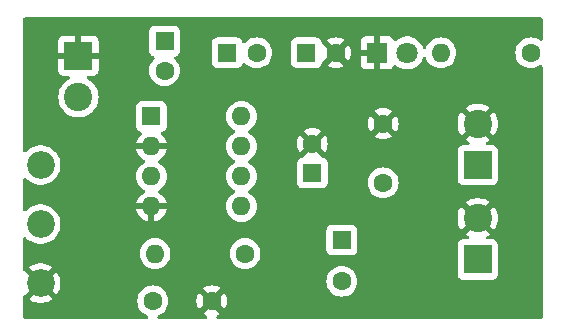
<source format=gbr>
%TF.GenerationSoftware,KiCad,Pcbnew,8.0.4*%
%TF.CreationDate,2024-08-29T23:22:00+05:30*%
%TF.ProjectId,LM386 Amp,4c4d3338-3620-4416-9d70-2e6b69636164,rev?*%
%TF.SameCoordinates,Original*%
%TF.FileFunction,Copper,L2,Bot*%
%TF.FilePolarity,Positive*%
%FSLAX46Y46*%
G04 Gerber Fmt 4.6, Leading zero omitted, Abs format (unit mm)*
G04 Created by KiCad (PCBNEW 8.0.4) date 2024-08-29 23:22:00*
%MOMM*%
%LPD*%
G01*
G04 APERTURE LIST*
%TA.AperFunction,ComponentPad*%
%ADD10C,2.340000*%
%TD*%
%TA.AperFunction,ComponentPad*%
%ADD11R,1.800000X1.800000*%
%TD*%
%TA.AperFunction,ComponentPad*%
%ADD12C,1.800000*%
%TD*%
%TA.AperFunction,ComponentPad*%
%ADD13R,1.600000X1.600000*%
%TD*%
%TA.AperFunction,ComponentPad*%
%ADD14C,1.600000*%
%TD*%
%TA.AperFunction,ComponentPad*%
%ADD15R,2.400000X2.400000*%
%TD*%
%TA.AperFunction,ComponentPad*%
%ADD16C,2.400000*%
%TD*%
%TA.AperFunction,ComponentPad*%
%ADD17O,1.600000X1.600000*%
%TD*%
G04 APERTURE END LIST*
D10*
%TO.P,RV1,3,3*%
%TO.N,GND*%
X152000000Y-146500000D03*
%TO.P,RV1,2,2*%
%TO.N,Net-(U1-+)*%
X152000000Y-141500000D03*
%TO.P,RV1,1,1*%
%TO.N,Net-(C1-Pad2)*%
X152000000Y-136500000D03*
%TD*%
D11*
%TO.P,D1,1,K*%
%TO.N,GND*%
X180500000Y-127000000D03*
D12*
%TO.P,D1,2,A*%
%TO.N,Net-(D1-A)*%
X183040000Y-127000000D03*
%TD*%
D13*
%TO.P,C2,1*%
%TO.N,Net-(U1-BYPASS)*%
X174500000Y-127000000D03*
D14*
%TO.P,C2,2*%
%TO.N,GND*%
X177000000Y-127000000D03*
%TD*%
D15*
%TO.P,J1,1,Pin_1*%
%TO.N,GND*%
X155200000Y-127250000D03*
D16*
%TO.P,J1,2,Pin_2*%
%TO.N,Net-(J1-Pin_2)*%
X155200000Y-130750000D03*
%TD*%
D15*
%TO.P,J3,1,Pin_1*%
%TO.N,Net-(J3-Pin_1)*%
X189000000Y-136500000D03*
D16*
%TO.P,J3,2,Pin_2*%
%TO.N,GND*%
X189000000Y-133000000D03*
%TD*%
D13*
%TO.P,U1,1,GAIN*%
%TO.N,Net-(C3-Pad1)*%
X161380000Y-132380000D03*
D17*
%TO.P,U1,2,-*%
%TO.N,GND*%
X161380000Y-134920000D03*
%TO.P,U1,3,+*%
%TO.N,Net-(U1-+)*%
X161380000Y-137460000D03*
%TO.P,U1,4,GND*%
%TO.N,GND*%
X161380000Y-140000000D03*
%TO.P,U1,5*%
%TO.N,Net-(C5-Pad1)*%
X169000000Y-140000000D03*
%TO.P,U1,6,V+*%
%TO.N,Net-(J3-Pin_1)*%
X169000000Y-137460000D03*
%TO.P,U1,7,BYPASS*%
%TO.N,Net-(U1-BYPASS)*%
X169000000Y-134920000D03*
%TO.P,U1,8,GAIN*%
%TO.N,Net-(C3-Pad2)*%
X169000000Y-132380000D03*
%TD*%
D15*
%TO.P,J2,1,Pin_1*%
%TO.N,Net-(J2-Pin_1)*%
X189000000Y-144500000D03*
D16*
%TO.P,J2,2,Pin_2*%
%TO.N,GND*%
X189000000Y-141000000D03*
%TD*%
D14*
%TO.P,R1,1*%
%TO.N,Net-(C5-Pad1)*%
X169310000Y-144000000D03*
D17*
%TO.P,R1,2*%
%TO.N,Net-(C4-Pad1)*%
X161690000Y-144000000D03*
%TD*%
D13*
%TO.P,C7,1*%
%TO.N,Net-(J3-Pin_1)*%
X175000000Y-137182380D03*
D14*
%TO.P,C7,2*%
%TO.N,GND*%
X175000000Y-134682380D03*
%TD*%
%TO.P,C4,1*%
%TO.N,Net-(C4-Pad1)*%
X161500000Y-148000000D03*
%TO.P,C4,2*%
%TO.N,GND*%
X166500000Y-148000000D03*
%TD*%
%TO.P,R2,1*%
%TO.N,Net-(J3-Pin_1)*%
X193500000Y-127000000D03*
D17*
%TO.P,R2,2*%
%TO.N,Net-(D1-A)*%
X185880000Y-127000000D03*
%TD*%
D14*
%TO.P,C6,1*%
%TO.N,Net-(J3-Pin_1)*%
X181000000Y-138000000D03*
%TO.P,C6,2*%
%TO.N,GND*%
X181000000Y-133000000D03*
%TD*%
D13*
%TO.P,C1,1*%
%TO.N,Net-(J1-Pin_2)*%
X162500000Y-126000000D03*
D14*
%TO.P,C1,2*%
%TO.N,Net-(C1-Pad2)*%
X162500000Y-128500000D03*
%TD*%
D13*
%TO.P,C3,1*%
%TO.N,Net-(C3-Pad1)*%
X167794888Y-127000000D03*
D14*
%TO.P,C3,2*%
%TO.N,Net-(C3-Pad2)*%
X170294888Y-127000000D03*
%TD*%
D13*
%TO.P,C5,1*%
%TO.N,Net-(C5-Pad1)*%
X177500000Y-142847349D03*
D14*
%TO.P,C5,2*%
%TO.N,Net-(J2-Pin_1)*%
X177500000Y-146347349D03*
%TD*%
%TA.AperFunction,Conductor*%
%TO.N,GND*%
G36*
X194425000Y-124020462D02*
G01*
X194479538Y-124075000D01*
X194499500Y-124149500D01*
X194499500Y-125826013D01*
X194479538Y-125900513D01*
X194425000Y-125955051D01*
X194350500Y-125975013D01*
X194276000Y-125955051D01*
X194265038Y-125948067D01*
X194152741Y-125869437D01*
X194152738Y-125869435D01*
X194152734Y-125869432D01*
X193946496Y-125773261D01*
X193726692Y-125714365D01*
X193726693Y-125714365D01*
X193500000Y-125694532D01*
X193273306Y-125714365D01*
X193053507Y-125773260D01*
X193053506Y-125773260D01*
X193053504Y-125773261D01*
X192847266Y-125869432D01*
X192847263Y-125869434D01*
X192847261Y-125869435D01*
X192847258Y-125869437D01*
X192660862Y-125999951D01*
X192499951Y-126160862D01*
X192369437Y-126347258D01*
X192369435Y-126347261D01*
X192369434Y-126347263D01*
X192369432Y-126347266D01*
X192274895Y-126550000D01*
X192273260Y-126553507D01*
X192214365Y-126773306D01*
X192194532Y-127000000D01*
X192214365Y-127226693D01*
X192257748Y-127388599D01*
X192273261Y-127446496D01*
X192369432Y-127652734D01*
X192369435Y-127652738D01*
X192369437Y-127652741D01*
X192499951Y-127839137D01*
X192660862Y-128000048D01*
X192721249Y-128042331D01*
X192847266Y-128130568D01*
X193053504Y-128226739D01*
X193273308Y-128285635D01*
X193500000Y-128305468D01*
X193726692Y-128285635D01*
X193946496Y-128226739D01*
X194152734Y-128130568D01*
X194265040Y-128051930D01*
X194337514Y-128025553D01*
X194413470Y-128038946D01*
X194472554Y-128088523D01*
X194498933Y-128161000D01*
X194499500Y-128173986D01*
X194499500Y-149350500D01*
X194479538Y-149425000D01*
X194425000Y-149479538D01*
X194350500Y-149499500D01*
X167032470Y-149499500D01*
X166957970Y-149479538D01*
X166903432Y-149425000D01*
X166883470Y-149350500D01*
X166903432Y-149276000D01*
X166957970Y-149221462D01*
X166969500Y-149215460D01*
X167152478Y-149130136D01*
X167152484Y-149130132D01*
X167225471Y-149079024D01*
X166546447Y-148400000D01*
X166552661Y-148400000D01*
X166654394Y-148372741D01*
X166745606Y-148320080D01*
X166820080Y-148245606D01*
X166872741Y-148154394D01*
X166900000Y-148052661D01*
X166900000Y-148046447D01*
X167579024Y-148725471D01*
X167630132Y-148652484D01*
X167630136Y-148652478D01*
X167726266Y-148446325D01*
X167726267Y-148446323D01*
X167785140Y-148226606D01*
X167804965Y-148000000D01*
X167785140Y-147773393D01*
X167726267Y-147553676D01*
X167726266Y-147553674D01*
X167630132Y-147347515D01*
X167630129Y-147347509D01*
X167579025Y-147274526D01*
X166900000Y-147953551D01*
X166900000Y-147947339D01*
X166872741Y-147845606D01*
X166820080Y-147754394D01*
X166745606Y-147679920D01*
X166654394Y-147627259D01*
X166552661Y-147600000D01*
X166546445Y-147600000D01*
X167225472Y-146920973D01*
X167152492Y-146869872D01*
X167152483Y-146869866D01*
X166946325Y-146773733D01*
X166946323Y-146773732D01*
X166726605Y-146714859D01*
X166726606Y-146714859D01*
X166500000Y-146695034D01*
X166273393Y-146714859D01*
X166053676Y-146773732D01*
X166053674Y-146773733D01*
X165847522Y-146869862D01*
X165847517Y-146869865D01*
X165774527Y-146920974D01*
X166453553Y-147600000D01*
X166447339Y-147600000D01*
X166345606Y-147627259D01*
X166254394Y-147679920D01*
X166179920Y-147754394D01*
X166127259Y-147845606D01*
X166100000Y-147947339D01*
X166100000Y-147953553D01*
X165420974Y-147274527D01*
X165369865Y-147347517D01*
X165369862Y-147347522D01*
X165273733Y-147553674D01*
X165273732Y-147553676D01*
X165214859Y-147773393D01*
X165195034Y-148000000D01*
X165214859Y-148226606D01*
X165273732Y-148446323D01*
X165273733Y-148446325D01*
X165369866Y-148652483D01*
X165369872Y-148652492D01*
X165420973Y-148725471D01*
X166100000Y-148046444D01*
X166100000Y-148052661D01*
X166127259Y-148154394D01*
X166179920Y-148245606D01*
X166254394Y-148320080D01*
X166345606Y-148372741D01*
X166447339Y-148400000D01*
X166453553Y-148400000D01*
X165774526Y-149079025D01*
X165847509Y-149130129D01*
X165847515Y-149130132D01*
X166030500Y-149215460D01*
X166089584Y-149265037D01*
X166115963Y-149337514D01*
X166102570Y-149413470D01*
X166052993Y-149472554D01*
X165980516Y-149498933D01*
X165967530Y-149499500D01*
X162033653Y-149499500D01*
X161959153Y-149479538D01*
X161904615Y-149425000D01*
X161884653Y-149350500D01*
X161904615Y-149276000D01*
X161959153Y-149221462D01*
X161970667Y-149215467D01*
X162152734Y-149130568D01*
X162339139Y-149000047D01*
X162500047Y-148839139D01*
X162630568Y-148652734D01*
X162726739Y-148446496D01*
X162785635Y-148226692D01*
X162805468Y-148000000D01*
X162785635Y-147773308D01*
X162726739Y-147553504D01*
X162630568Y-147347266D01*
X162500047Y-147160861D01*
X162339139Y-146999953D01*
X162339137Y-146999951D01*
X162152741Y-146869437D01*
X162152738Y-146869435D01*
X162152734Y-146869432D01*
X161946496Y-146773261D01*
X161726692Y-146714365D01*
X161726693Y-146714365D01*
X161500000Y-146694532D01*
X161273306Y-146714365D01*
X161053507Y-146773260D01*
X161053506Y-146773260D01*
X161053504Y-146773261D01*
X160847266Y-146869432D01*
X160847263Y-146869434D01*
X160847261Y-146869435D01*
X160847258Y-146869437D01*
X160660862Y-146999951D01*
X160499951Y-147160862D01*
X160369437Y-147347258D01*
X160369435Y-147347261D01*
X160369434Y-147347263D01*
X160369432Y-147347266D01*
X160273261Y-147553504D01*
X160273260Y-147553507D01*
X160214365Y-147773306D01*
X160194532Y-148000000D01*
X160214365Y-148226693D01*
X160260802Y-148400000D01*
X160273261Y-148446496D01*
X160369432Y-148652734D01*
X160369435Y-148652738D01*
X160369437Y-148652741D01*
X160499951Y-148839137D01*
X160499953Y-148839139D01*
X160660861Y-149000047D01*
X160847266Y-149130568D01*
X161029320Y-149215461D01*
X161088401Y-149265038D01*
X161114780Y-149337514D01*
X161101387Y-149413471D01*
X161051809Y-149472554D01*
X160979333Y-149498933D01*
X160966347Y-149499500D01*
X150649500Y-149499500D01*
X150575000Y-149479538D01*
X150520462Y-149425000D01*
X150500500Y-149350500D01*
X150500500Y-147640582D01*
X150520462Y-147566082D01*
X150575000Y-147511544D01*
X150649500Y-147491582D01*
X150654716Y-147491728D01*
X151398957Y-146747486D01*
X151423978Y-146807890D01*
X151495112Y-146914351D01*
X151585649Y-147004888D01*
X151692110Y-147076022D01*
X151752511Y-147101041D01*
X151008404Y-147845148D01*
X151162663Y-147950320D01*
X151388160Y-148058913D01*
X151388181Y-148058921D01*
X151627342Y-148132693D01*
X151627346Y-148132694D01*
X151874847Y-148169999D01*
X151874854Y-148170000D01*
X152125146Y-148170000D01*
X152125152Y-148169999D01*
X152372653Y-148132694D01*
X152372657Y-148132693D01*
X152611821Y-148058920D01*
X152611825Y-148058919D01*
X152837344Y-147950316D01*
X152837351Y-147950312D01*
X152991595Y-147845149D01*
X152247488Y-147101041D01*
X152307890Y-147076022D01*
X152414351Y-147004888D01*
X152504888Y-146914351D01*
X152576022Y-146807890D01*
X152601041Y-146747487D01*
X153345199Y-147491644D01*
X153345200Y-147491644D01*
X153383681Y-147443391D01*
X153383689Y-147443379D01*
X153508836Y-147226618D01*
X153508838Y-147226613D01*
X153600282Y-146993620D01*
X153600284Y-146993613D01*
X153655976Y-146749609D01*
X153655979Y-146749587D01*
X153674683Y-146500004D01*
X153674683Y-146499995D01*
X153663244Y-146347349D01*
X176194532Y-146347349D01*
X176214365Y-146574042D01*
X176252097Y-146714859D01*
X176273261Y-146793845D01*
X176369432Y-147000083D01*
X176387866Y-147026411D01*
X176499951Y-147186486D01*
X176660862Y-147347397D01*
X176661041Y-147347522D01*
X176847266Y-147477917D01*
X177053504Y-147574088D01*
X177273308Y-147632984D01*
X177500000Y-147652817D01*
X177726692Y-147632984D01*
X177946496Y-147574088D01*
X178152734Y-147477917D01*
X178339139Y-147347396D01*
X178500047Y-147186488D01*
X178630568Y-147000083D01*
X178726739Y-146793845D01*
X178785635Y-146574041D01*
X178805468Y-146347349D01*
X178785635Y-146120657D01*
X178726739Y-145900853D01*
X178630568Y-145694615D01*
X178500047Y-145508210D01*
X178339139Y-145347302D01*
X178339137Y-145347300D01*
X178152741Y-145216786D01*
X178152738Y-145216784D01*
X178152734Y-145216781D01*
X177946496Y-145120610D01*
X177726692Y-145061714D01*
X177726693Y-145061714D01*
X177500000Y-145041881D01*
X177273306Y-145061714D01*
X177053507Y-145120609D01*
X177053506Y-145120609D01*
X177053504Y-145120610D01*
X176847266Y-145216781D01*
X176847263Y-145216783D01*
X176847261Y-145216784D01*
X176847258Y-145216786D01*
X176660862Y-145347300D01*
X176499951Y-145508211D01*
X176369437Y-145694607D01*
X176369435Y-145694610D01*
X176369434Y-145694612D01*
X176369432Y-145694615D01*
X176273261Y-145900853D01*
X176273260Y-145900856D01*
X176214365Y-146120655D01*
X176194532Y-146347349D01*
X153663244Y-146347349D01*
X153655979Y-146250412D01*
X153655976Y-146250390D01*
X153600284Y-146006386D01*
X153600282Y-146006379D01*
X153508838Y-145773386D01*
X153508836Y-145773381D01*
X153383686Y-145556615D01*
X153383685Y-145556614D01*
X153345198Y-145508354D01*
X152601041Y-146252510D01*
X152576022Y-146192110D01*
X152504888Y-146085649D01*
X152414351Y-145995112D01*
X152307890Y-145923978D01*
X152247486Y-145898957D01*
X152991594Y-145154850D01*
X152837337Y-145049679D01*
X152611825Y-144941080D01*
X152611821Y-144941079D01*
X152372657Y-144867306D01*
X152372653Y-144867305D01*
X152125152Y-144830000D01*
X151874847Y-144830000D01*
X151627346Y-144867305D01*
X151627342Y-144867306D01*
X151388181Y-144941078D01*
X151388166Y-144941084D01*
X151162657Y-145049682D01*
X151162653Y-145049685D01*
X151008404Y-145154849D01*
X151008404Y-145154850D01*
X151752512Y-145898958D01*
X151692110Y-145923978D01*
X151585649Y-145995112D01*
X151495112Y-146085649D01*
X151423978Y-146192110D01*
X151398958Y-146252512D01*
X150653777Y-145507331D01*
X150582351Y-145492427D01*
X150524841Y-145441032D01*
X150500734Y-145367768D01*
X150500500Y-145359416D01*
X150500500Y-144000000D01*
X160384532Y-144000000D01*
X160404365Y-144226692D01*
X160463261Y-144446496D01*
X160559432Y-144652734D01*
X160559435Y-144652738D01*
X160559437Y-144652741D01*
X160689951Y-144839137D01*
X160689953Y-144839139D01*
X160850861Y-145000047D01*
X161037266Y-145130568D01*
X161243504Y-145226739D01*
X161463308Y-145285635D01*
X161690000Y-145305468D01*
X161916692Y-145285635D01*
X162136496Y-145226739D01*
X162342734Y-145130568D01*
X162529139Y-145000047D01*
X162690047Y-144839139D01*
X162820568Y-144652734D01*
X162916739Y-144446496D01*
X162975635Y-144226692D01*
X162995468Y-144000000D01*
X168004532Y-144000000D01*
X168024365Y-144226692D01*
X168083261Y-144446496D01*
X168179432Y-144652734D01*
X168179435Y-144652738D01*
X168179437Y-144652741D01*
X168309951Y-144839137D01*
X168309953Y-144839139D01*
X168470861Y-145000047D01*
X168657266Y-145130568D01*
X168863504Y-145226739D01*
X169083308Y-145285635D01*
X169310000Y-145305468D01*
X169536692Y-145285635D01*
X169756496Y-145226739D01*
X169962734Y-145130568D01*
X170149139Y-145000047D01*
X170310047Y-144839139D01*
X170440568Y-144652734D01*
X170536739Y-144446496D01*
X170595635Y-144226692D01*
X170615468Y-144000000D01*
X170595635Y-143773308D01*
X170536739Y-143553504D01*
X170440568Y-143347266D01*
X170366090Y-143240899D01*
X170310048Y-143160862D01*
X170149137Y-142999951D01*
X169962741Y-142869437D01*
X169962738Y-142869435D01*
X169962734Y-142869432D01*
X169756496Y-142773261D01*
X169536692Y-142714365D01*
X169536693Y-142714365D01*
X169310000Y-142694532D01*
X169083306Y-142714365D01*
X168863507Y-142773260D01*
X168863506Y-142773260D01*
X168863504Y-142773261D01*
X168657266Y-142869432D01*
X168657263Y-142869434D01*
X168657261Y-142869435D01*
X168657258Y-142869437D01*
X168470862Y-142999951D01*
X168309951Y-143160862D01*
X168179437Y-143347258D01*
X168179435Y-143347261D01*
X168179434Y-143347263D01*
X168179432Y-143347266D01*
X168083261Y-143553504D01*
X168083260Y-143553507D01*
X168024365Y-143773306D01*
X168004532Y-144000000D01*
X162995468Y-144000000D01*
X162975635Y-143773308D01*
X162916739Y-143553504D01*
X162820568Y-143347266D01*
X162746090Y-143240899D01*
X162690048Y-143160862D01*
X162529137Y-142999951D01*
X162342741Y-142869437D01*
X162342738Y-142869435D01*
X162342734Y-142869432D01*
X162136496Y-142773261D01*
X161916692Y-142714365D01*
X161916693Y-142714365D01*
X161690000Y-142694532D01*
X161463306Y-142714365D01*
X161243507Y-142773260D01*
X161243506Y-142773260D01*
X161243504Y-142773261D01*
X161037266Y-142869432D01*
X161037263Y-142869434D01*
X161037261Y-142869435D01*
X161037258Y-142869437D01*
X160850862Y-142999951D01*
X160689951Y-143160862D01*
X160559437Y-143347258D01*
X160559435Y-143347261D01*
X160559434Y-143347263D01*
X160559432Y-143347266D01*
X160463261Y-143553504D01*
X160463260Y-143553507D01*
X160404365Y-143773306D01*
X160384532Y-144000000D01*
X150500500Y-144000000D01*
X150500500Y-142724777D01*
X150520462Y-142650277D01*
X150575000Y-142595739D01*
X150649500Y-142575777D01*
X150724000Y-142595739D01*
X150765994Y-142631879D01*
X150772003Y-142639414D01*
X150955540Y-142809712D01*
X151162408Y-142950752D01*
X151387987Y-143059385D01*
X151627236Y-143133184D01*
X151874813Y-143170500D01*
X151874816Y-143170500D01*
X152125184Y-143170500D01*
X152125187Y-143170500D01*
X152372764Y-143133184D01*
X152612013Y-143059385D01*
X152837592Y-142950752D01*
X153044460Y-142809712D01*
X153227997Y-142639414D01*
X153384102Y-142443665D01*
X153509289Y-142226835D01*
X153598525Y-141999463D01*
X176199500Y-141999463D01*
X176199500Y-143695212D01*
X176199502Y-143695237D01*
X176205908Y-143754827D01*
X176205909Y-143754833D01*
X176256202Y-143889678D01*
X176256204Y-143889682D01*
X176342452Y-144004893D01*
X176342455Y-144004896D01*
X176457666Y-144091144D01*
X176457670Y-144091146D01*
X176592517Y-144141440D01*
X176652114Y-144147848D01*
X176652118Y-144147848D01*
X176652127Y-144147849D01*
X178347872Y-144147848D01*
X178407483Y-144141440D01*
X178503447Y-144105647D01*
X178542329Y-144091146D01*
X178542333Y-144091144D01*
X178599938Y-144048020D01*
X178657546Y-144004895D01*
X178743796Y-143889680D01*
X178794091Y-143754832D01*
X178795823Y-143738719D01*
X178800499Y-143695234D01*
X178800499Y-143695231D01*
X178800500Y-143695222D01*
X178800499Y-141999477D01*
X178794091Y-141939866D01*
X178779588Y-141900982D01*
X178743797Y-141805019D01*
X178743795Y-141805015D01*
X178657547Y-141689804D01*
X178657544Y-141689801D01*
X178542333Y-141603553D01*
X178542329Y-141603551D01*
X178407482Y-141553257D01*
X178347876Y-141546849D01*
X176652136Y-141546849D01*
X176652111Y-141546851D01*
X176592521Y-141553257D01*
X176592515Y-141553258D01*
X176457670Y-141603551D01*
X176457666Y-141603553D01*
X176342455Y-141689801D01*
X176342452Y-141689804D01*
X176256204Y-141805015D01*
X176256202Y-141805019D01*
X176205908Y-141939866D01*
X176199500Y-141999463D01*
X153598525Y-141999463D01*
X153600760Y-141993769D01*
X153656474Y-141749673D01*
X153657224Y-141739666D01*
X153675184Y-141500005D01*
X153675184Y-141499994D01*
X153656475Y-141250339D01*
X153656474Y-141250337D01*
X153656474Y-141250327D01*
X153600760Y-141006231D01*
X153509289Y-140773165D01*
X153384102Y-140556335D01*
X153292037Y-140440889D01*
X153227997Y-140360585D01*
X153044459Y-140190287D01*
X152947906Y-140124459D01*
X152837592Y-140049248D01*
X152817693Y-140039665D01*
X152612022Y-139940619D01*
X152612018Y-139940617D01*
X152612013Y-139940615D01*
X152612005Y-139940612D01*
X152612001Y-139940611D01*
X152372769Y-139866817D01*
X152372765Y-139866816D01*
X152125190Y-139829500D01*
X152125187Y-139829500D01*
X151874813Y-139829500D01*
X151874809Y-139829500D01*
X151627234Y-139866816D01*
X151627230Y-139866817D01*
X151387998Y-139940611D01*
X151387977Y-139940619D01*
X151162409Y-140049247D01*
X150955540Y-140190287D01*
X150772002Y-140360586D01*
X150765993Y-140368122D01*
X150703935Y-140413922D01*
X150627292Y-140422558D01*
X150556600Y-140391715D01*
X150510800Y-140329657D01*
X150500500Y-140275222D01*
X150500500Y-137724777D01*
X150520462Y-137650277D01*
X150575000Y-137595739D01*
X150649500Y-137575777D01*
X150724000Y-137595739D01*
X150765994Y-137631879D01*
X150772003Y-137639414D01*
X150955540Y-137809712D01*
X151162408Y-137950752D01*
X151387987Y-138059385D01*
X151627236Y-138133184D01*
X151874813Y-138170500D01*
X151874816Y-138170500D01*
X152125184Y-138170500D01*
X152125187Y-138170500D01*
X152372764Y-138133184D01*
X152612013Y-138059385D01*
X152837592Y-137950752D01*
X153044460Y-137809712D01*
X153227997Y-137639414D01*
X153371075Y-137460000D01*
X160074532Y-137460000D01*
X160094365Y-137686693D01*
X160126729Y-137807478D01*
X160153261Y-137906496D01*
X160249432Y-138112734D01*
X160249435Y-138112738D01*
X160249437Y-138112741D01*
X160379951Y-138299137D01*
X160540862Y-138460048D01*
X160564317Y-138476471D01*
X160727266Y-138590568D01*
X160737279Y-138595237D01*
X160796360Y-138644814D01*
X160822738Y-138717292D01*
X160809344Y-138793248D01*
X160759766Y-138852330D01*
X160737278Y-138865313D01*
X160727529Y-138869858D01*
X160727517Y-138869865D01*
X160541182Y-139000339D01*
X160380339Y-139161182D01*
X160249865Y-139347517D01*
X160249862Y-139347522D01*
X160153733Y-139553674D01*
X160153732Y-139553676D01*
X160101127Y-139749999D01*
X160101128Y-139750000D01*
X161064314Y-139750000D01*
X161059920Y-139754394D01*
X161007259Y-139845606D01*
X160980000Y-139947339D01*
X160980000Y-140052661D01*
X161007259Y-140154394D01*
X161059920Y-140245606D01*
X161064314Y-140250000D01*
X160101128Y-140250000D01*
X160153732Y-140446323D01*
X160153733Y-140446325D01*
X160249862Y-140652477D01*
X160249865Y-140652482D01*
X160380339Y-140838817D01*
X160541182Y-140999660D01*
X160727517Y-141130134D01*
X160727522Y-141130137D01*
X160933674Y-141226266D01*
X160933676Y-141226267D01*
X161129999Y-141278872D01*
X161130000Y-141278871D01*
X161130000Y-140315686D01*
X161134394Y-140320080D01*
X161225606Y-140372741D01*
X161327339Y-140400000D01*
X161432661Y-140400000D01*
X161534394Y-140372741D01*
X161625606Y-140320080D01*
X161630000Y-140315686D01*
X161630000Y-141278872D01*
X161826323Y-141226267D01*
X161826325Y-141226266D01*
X162032477Y-141130137D01*
X162032482Y-141130134D01*
X162218817Y-140999660D01*
X162379660Y-140838817D01*
X162510134Y-140652482D01*
X162510137Y-140652477D01*
X162606266Y-140446325D01*
X162606267Y-140446323D01*
X162658872Y-140250000D01*
X161695686Y-140250000D01*
X161700080Y-140245606D01*
X161752741Y-140154394D01*
X161780000Y-140052661D01*
X161780000Y-139947339D01*
X161752741Y-139845606D01*
X161700080Y-139754394D01*
X161695686Y-139750000D01*
X162658872Y-139750000D01*
X162658872Y-139749999D01*
X162606267Y-139553676D01*
X162606266Y-139553674D01*
X162510137Y-139347522D01*
X162510134Y-139347517D01*
X162379660Y-139161182D01*
X162218817Y-139000339D01*
X162032482Y-138869865D01*
X162032477Y-138869862D01*
X162022724Y-138865315D01*
X161963641Y-138815738D01*
X161937261Y-138743262D01*
X161950654Y-138667305D01*
X162000231Y-138608222D01*
X162022722Y-138595236D01*
X162032734Y-138590568D01*
X162219139Y-138460047D01*
X162380047Y-138299139D01*
X162510568Y-138112734D01*
X162606739Y-137906496D01*
X162665635Y-137686692D01*
X162685468Y-137460000D01*
X162665635Y-137233308D01*
X162606739Y-137013504D01*
X162510568Y-136807266D01*
X162380047Y-136620861D01*
X162219139Y-136459953D01*
X162219137Y-136459951D01*
X162032741Y-136329437D01*
X162032734Y-136329432D01*
X162032732Y-136329431D01*
X162032729Y-136329429D01*
X162022718Y-136324761D01*
X161963636Y-136275181D01*
X161937260Y-136202703D01*
X161950657Y-136126748D01*
X162000237Y-136067666D01*
X162022731Y-136054681D01*
X162032478Y-136050136D01*
X162032482Y-136050134D01*
X162218817Y-135919660D01*
X162379660Y-135758817D01*
X162510134Y-135572482D01*
X162510137Y-135572477D01*
X162606266Y-135366325D01*
X162606267Y-135366323D01*
X162658872Y-135170000D01*
X161695686Y-135170000D01*
X161700080Y-135165606D01*
X161752741Y-135074394D01*
X161780000Y-134972661D01*
X161780000Y-134867339D01*
X161752741Y-134765606D01*
X161700080Y-134674394D01*
X161695686Y-134670000D01*
X162658872Y-134670000D01*
X162658872Y-134669999D01*
X162606267Y-134473676D01*
X162606266Y-134473674D01*
X162510137Y-134267522D01*
X162510134Y-134267517D01*
X162379660Y-134081182D01*
X162221683Y-133923205D01*
X162183119Y-133856410D01*
X162183119Y-133779282D01*
X162221683Y-133712487D01*
X162279422Y-133679151D01*
X162278750Y-133677348D01*
X162422329Y-133623797D01*
X162422333Y-133623795D01*
X162479938Y-133580671D01*
X162537546Y-133537546D01*
X162623796Y-133422331D01*
X162674091Y-133287483D01*
X162677681Y-133254092D01*
X162680499Y-133227885D01*
X162680499Y-133227882D01*
X162680500Y-133227873D01*
X162680499Y-132380000D01*
X167694532Y-132380000D01*
X167713779Y-132600000D01*
X167714365Y-132606692D01*
X167773261Y-132826496D01*
X167869432Y-133032734D01*
X167869435Y-133032738D01*
X167869437Y-133032741D01*
X167999951Y-133219137D01*
X168160862Y-133380048D01*
X168221249Y-133422331D01*
X168347266Y-133510568D01*
X168356685Y-133514960D01*
X168356689Y-133514962D01*
X168415771Y-133564540D01*
X168442148Y-133637018D01*
X168428753Y-133712974D01*
X168379175Y-133772056D01*
X168356689Y-133785038D01*
X168347268Y-133789431D01*
X168347258Y-133789437D01*
X168160862Y-133919951D01*
X167999951Y-134080862D01*
X167869437Y-134267258D01*
X167869435Y-134267261D01*
X167869434Y-134267263D01*
X167869432Y-134267266D01*
X167773261Y-134473504D01*
X167773260Y-134473507D01*
X167714365Y-134693306D01*
X167694532Y-134920000D01*
X167714365Y-135146693D01*
X167760802Y-135320000D01*
X167773261Y-135366496D01*
X167869432Y-135572734D01*
X167869435Y-135572738D01*
X167869437Y-135572741D01*
X167999951Y-135759137D01*
X167999953Y-135759139D01*
X168160861Y-135920047D01*
X168347266Y-136050568D01*
X168356685Y-136054960D01*
X168356689Y-136054962D01*
X168415771Y-136104540D01*
X168442148Y-136177018D01*
X168428753Y-136252974D01*
X168379175Y-136312056D01*
X168356689Y-136325038D01*
X168347268Y-136329431D01*
X168347258Y-136329437D01*
X168160862Y-136459951D01*
X167999951Y-136620862D01*
X167869437Y-136807258D01*
X167869435Y-136807261D01*
X167869434Y-136807263D01*
X167869432Y-136807266D01*
X167782464Y-136993769D01*
X167773260Y-137013507D01*
X167714365Y-137233306D01*
X167694532Y-137460000D01*
X167714365Y-137686693D01*
X167746729Y-137807478D01*
X167773261Y-137906496D01*
X167869432Y-138112734D01*
X167869435Y-138112738D01*
X167869437Y-138112741D01*
X167999951Y-138299137D01*
X168160862Y-138460048D01*
X168184317Y-138476471D01*
X168347266Y-138590568D01*
X168356685Y-138594960D01*
X168356689Y-138594962D01*
X168415771Y-138644540D01*
X168442148Y-138717018D01*
X168428753Y-138792974D01*
X168379175Y-138852056D01*
X168356689Y-138865038D01*
X168347268Y-138869431D01*
X168347258Y-138869437D01*
X168160862Y-138999951D01*
X167999951Y-139160862D01*
X167869437Y-139347258D01*
X167869435Y-139347261D01*
X167869434Y-139347263D01*
X167869432Y-139347266D01*
X167773261Y-139553504D01*
X167773260Y-139553507D01*
X167714365Y-139773306D01*
X167694532Y-140000000D01*
X167714365Y-140226693D01*
X167758583Y-140391715D01*
X167773261Y-140446496D01*
X167869432Y-140652734D01*
X167869435Y-140652738D01*
X167869437Y-140652741D01*
X167999951Y-140839137D01*
X168160862Y-141000048D01*
X168169698Y-141006235D01*
X168347266Y-141130568D01*
X168553504Y-141226739D01*
X168773308Y-141285635D01*
X169000000Y-141305468D01*
X169226692Y-141285635D01*
X169446496Y-141226739D01*
X169652734Y-141130568D01*
X169839139Y-141000047D01*
X169839191Y-140999995D01*
X187295233Y-140999995D01*
X187295233Y-141000004D01*
X187314272Y-141254070D01*
X187314275Y-141254092D01*
X187370968Y-141502481D01*
X187370970Y-141502488D01*
X187464056Y-141739666D01*
X187464058Y-141739671D01*
X187591454Y-141960327D01*
X187633453Y-142012991D01*
X188435386Y-141211057D01*
X188440889Y-141231591D01*
X188519881Y-141368408D01*
X188631592Y-141480119D01*
X188768409Y-141559111D01*
X188788940Y-141564612D01*
X187986814Y-142366738D01*
X187986814Y-142366739D01*
X188147615Y-142476370D01*
X188230437Y-142516255D01*
X188288898Y-142566565D01*
X188314372Y-142639365D01*
X188300034Y-142715148D01*
X188249724Y-142773609D01*
X188176924Y-142799083D01*
X188165789Y-142799500D01*
X187752136Y-142799500D01*
X187752111Y-142799502D01*
X187692521Y-142805908D01*
X187692515Y-142805909D01*
X187557670Y-142856202D01*
X187557666Y-142856204D01*
X187442455Y-142942452D01*
X187442452Y-142942455D01*
X187356204Y-143057666D01*
X187356202Y-143057670D01*
X187305908Y-143192517D01*
X187299500Y-143252114D01*
X187299500Y-145747863D01*
X187299502Y-145747888D01*
X187305908Y-145807478D01*
X187305909Y-145807484D01*
X187356202Y-145942329D01*
X187356204Y-145942333D01*
X187442452Y-146057544D01*
X187442455Y-146057547D01*
X187557666Y-146143795D01*
X187557670Y-146143797D01*
X187692517Y-146194091D01*
X187752114Y-146200499D01*
X187752118Y-146200499D01*
X187752127Y-146200500D01*
X190247872Y-146200499D01*
X190307483Y-146194091D01*
X190435229Y-146146445D01*
X190442329Y-146143797D01*
X190442333Y-146143795D01*
X190520005Y-146085649D01*
X190557546Y-146057546D01*
X190643796Y-145942331D01*
X190694091Y-145807483D01*
X190697757Y-145773386D01*
X190700499Y-145747885D01*
X190700499Y-145747882D01*
X190700500Y-145747873D01*
X190700499Y-143252128D01*
X190694091Y-143192517D01*
X190671961Y-143133183D01*
X190643797Y-143057670D01*
X190643795Y-143057666D01*
X190557547Y-142942455D01*
X190557544Y-142942452D01*
X190442333Y-142856204D01*
X190442329Y-142856202D01*
X190307482Y-142805908D01*
X190247885Y-142799500D01*
X189834211Y-142799500D01*
X189759711Y-142779538D01*
X189705173Y-142725000D01*
X189685211Y-142650500D01*
X189705173Y-142576000D01*
X189759711Y-142521462D01*
X189769563Y-142516255D01*
X189852382Y-142476372D01*
X190013184Y-142366738D01*
X189211059Y-141564612D01*
X189231591Y-141559111D01*
X189368408Y-141480119D01*
X189480119Y-141368408D01*
X189559111Y-141231591D01*
X189564612Y-141211058D01*
X190366546Y-142012991D01*
X190366547Y-142012991D01*
X190408538Y-141960337D01*
X190408546Y-141960325D01*
X190535941Y-141739671D01*
X190535943Y-141739666D01*
X190629029Y-141502488D01*
X190629031Y-141502481D01*
X190685724Y-141254092D01*
X190685727Y-141254070D01*
X190704767Y-141000004D01*
X190704767Y-140999995D01*
X190685727Y-140745929D01*
X190685724Y-140745907D01*
X190629031Y-140497518D01*
X190629029Y-140497511D01*
X190535943Y-140260333D01*
X190535941Y-140260328D01*
X190408543Y-140039668D01*
X190366547Y-139987007D01*
X190366546Y-139987007D01*
X189564612Y-140788939D01*
X189559111Y-140768409D01*
X189480119Y-140631592D01*
X189368408Y-140519881D01*
X189231591Y-140440889D01*
X189211057Y-140435386D01*
X190013184Y-139633260D01*
X189852379Y-139523625D01*
X189622816Y-139413075D01*
X189622812Y-139413074D01*
X189379351Y-139337976D01*
X189379347Y-139337975D01*
X189127400Y-139300000D01*
X188872599Y-139300000D01*
X188620652Y-139337975D01*
X188620648Y-139337976D01*
X188377190Y-139413073D01*
X188377175Y-139413079D01*
X188147615Y-139523628D01*
X188147611Y-139523631D01*
X187986814Y-139633259D01*
X187986814Y-139633260D01*
X188788941Y-140435387D01*
X188768409Y-140440889D01*
X188631592Y-140519881D01*
X188519881Y-140631592D01*
X188440889Y-140768409D01*
X188435387Y-140788941D01*
X187633453Y-139987007D01*
X187633452Y-139987007D01*
X187591459Y-140039665D01*
X187591454Y-140039673D01*
X187464058Y-140260328D01*
X187464056Y-140260333D01*
X187370970Y-140497511D01*
X187370968Y-140497518D01*
X187314275Y-140745907D01*
X187314272Y-140745929D01*
X187295233Y-140999995D01*
X169839191Y-140999995D01*
X170000047Y-140839139D01*
X170130568Y-140652734D01*
X170226739Y-140446496D01*
X170285635Y-140226692D01*
X170305468Y-140000000D01*
X170285635Y-139773308D01*
X170226739Y-139553504D01*
X170130568Y-139347266D01*
X170000047Y-139160861D01*
X169839139Y-138999953D01*
X169839137Y-138999951D01*
X169652741Y-138869437D01*
X169652734Y-138869432D01*
X169652732Y-138869431D01*
X169643312Y-138865038D01*
X169584230Y-138815463D01*
X169557851Y-138742986D01*
X169571244Y-138667030D01*
X169620821Y-138607946D01*
X169643311Y-138594962D01*
X169652734Y-138590568D01*
X169839139Y-138460047D01*
X170000047Y-138299139D01*
X170130568Y-138112734D01*
X170226739Y-137906496D01*
X170285635Y-137686692D01*
X170305468Y-137460000D01*
X170285635Y-137233308D01*
X170226739Y-137013504D01*
X170130568Y-136807266D01*
X170000047Y-136620861D01*
X169839139Y-136459953D01*
X169839137Y-136459951D01*
X169652741Y-136329437D01*
X169652734Y-136329432D01*
X169652725Y-136329428D01*
X169643312Y-136325038D01*
X169584230Y-136275463D01*
X169557851Y-136202986D01*
X169571244Y-136127030D01*
X169620821Y-136067946D01*
X169643311Y-136054962D01*
X169652734Y-136050568D01*
X169839139Y-135920047D01*
X170000047Y-135759139D01*
X170130568Y-135572734D01*
X170226739Y-135366496D01*
X170285635Y-135146692D01*
X170305468Y-134920000D01*
X170285635Y-134693308D01*
X170282707Y-134682380D01*
X173695034Y-134682380D01*
X173714859Y-134908986D01*
X173773732Y-135128703D01*
X173773733Y-135128705D01*
X173869866Y-135334863D01*
X173869872Y-135334872D01*
X173920973Y-135407851D01*
X174600000Y-134728824D01*
X174600000Y-134735041D01*
X174627259Y-134836774D01*
X174679920Y-134927986D01*
X174754394Y-135002460D01*
X174845606Y-135055121D01*
X174947339Y-135082380D01*
X174953553Y-135082380D01*
X174261969Y-135773962D01*
X174257702Y-135798163D01*
X174208123Y-135857245D01*
X174138592Y-135883335D01*
X174092521Y-135888288D01*
X174092515Y-135888289D01*
X173957670Y-135938582D01*
X173957666Y-135938584D01*
X173842455Y-136024832D01*
X173842452Y-136024835D01*
X173756204Y-136140046D01*
X173756202Y-136140050D01*
X173705908Y-136274897D01*
X173699500Y-136334494D01*
X173699500Y-138030243D01*
X173699502Y-138030268D01*
X173705908Y-138089858D01*
X173705909Y-138089864D01*
X173756202Y-138224709D01*
X173756204Y-138224713D01*
X173842452Y-138339924D01*
X173842455Y-138339927D01*
X173957666Y-138426175D01*
X173957670Y-138426177D01*
X174092517Y-138476471D01*
X174152114Y-138482879D01*
X174152118Y-138482879D01*
X174152127Y-138482880D01*
X175847872Y-138482879D01*
X175907483Y-138476471D01*
X176003447Y-138440678D01*
X176042329Y-138426177D01*
X176042333Y-138426175D01*
X176099938Y-138383051D01*
X176157546Y-138339926D01*
X176200671Y-138282318D01*
X176243795Y-138224713D01*
X176243797Y-138224709D01*
X176285559Y-138112738D01*
X176294091Y-138089863D01*
X176297368Y-138059380D01*
X176300499Y-138030265D01*
X176300499Y-138030262D01*
X176300500Y-138030253D01*
X176300500Y-138000000D01*
X179694532Y-138000000D01*
X179714191Y-138224709D01*
X179714365Y-138226692D01*
X179773261Y-138446496D01*
X179869432Y-138652734D01*
X179869435Y-138652738D01*
X179869437Y-138652741D01*
X179999951Y-138839137D01*
X179999953Y-138839139D01*
X180160861Y-139000047D01*
X180347266Y-139130568D01*
X180553504Y-139226739D01*
X180773308Y-139285635D01*
X181000000Y-139305468D01*
X181226692Y-139285635D01*
X181446496Y-139226739D01*
X181652734Y-139130568D01*
X181839139Y-139000047D01*
X182000047Y-138839139D01*
X182130568Y-138652734D01*
X182226739Y-138446496D01*
X182285635Y-138226692D01*
X182305468Y-138000000D01*
X182285635Y-137773308D01*
X182226739Y-137553504D01*
X182130568Y-137347266D01*
X182056090Y-137240899D01*
X182000048Y-137160862D01*
X181839137Y-136999951D01*
X181652741Y-136869437D01*
X181652738Y-136869435D01*
X181652734Y-136869432D01*
X181446496Y-136773261D01*
X181226692Y-136714365D01*
X181226693Y-136714365D01*
X181000000Y-136694532D01*
X180773306Y-136714365D01*
X180553507Y-136773260D01*
X180553506Y-136773260D01*
X180553504Y-136773261D01*
X180347266Y-136869432D01*
X180347263Y-136869434D01*
X180347261Y-136869435D01*
X180347258Y-136869437D01*
X180160862Y-136999951D01*
X179999951Y-137160862D01*
X179869437Y-137347258D01*
X179869435Y-137347261D01*
X179869434Y-137347263D01*
X179869432Y-137347266D01*
X179824478Y-137443670D01*
X179773260Y-137553507D01*
X179714365Y-137773306D01*
X179694532Y-138000000D01*
X176300500Y-138000000D01*
X176300499Y-136334508D01*
X176294091Y-136274897D01*
X176267270Y-136202986D01*
X176243797Y-136140050D01*
X176243795Y-136140046D01*
X176157547Y-136024835D01*
X176157544Y-136024832D01*
X176042333Y-135938584D01*
X176042329Y-135938582D01*
X175907482Y-135888288D01*
X175861404Y-135883334D01*
X175789465Y-135855521D01*
X175741071Y-135795465D01*
X175737393Y-135773326D01*
X175046447Y-135082380D01*
X175052661Y-135082380D01*
X175154394Y-135055121D01*
X175245606Y-135002460D01*
X175320080Y-134927986D01*
X175372741Y-134836774D01*
X175400000Y-134735041D01*
X175400000Y-134728827D01*
X176079024Y-135407851D01*
X176130132Y-135334864D01*
X176130136Y-135334858D01*
X176226266Y-135128705D01*
X176226267Y-135128703D01*
X176285140Y-134908986D01*
X176304965Y-134682380D01*
X176285140Y-134455773D01*
X176226267Y-134236056D01*
X176226266Y-134236054D01*
X176130132Y-134029895D01*
X176130129Y-134029889D01*
X176079025Y-133956906D01*
X175400000Y-134635931D01*
X175400000Y-134629719D01*
X175372741Y-134527986D01*
X175320080Y-134436774D01*
X175245606Y-134362300D01*
X175154394Y-134309639D01*
X175052661Y-134282380D01*
X175046445Y-134282380D01*
X175725472Y-133603353D01*
X175652492Y-133552252D01*
X175652483Y-133552246D01*
X175446325Y-133456113D01*
X175446323Y-133456112D01*
X175226605Y-133397239D01*
X175226606Y-133397239D01*
X175000000Y-133377414D01*
X174773393Y-133397239D01*
X174553676Y-133456112D01*
X174553674Y-133456113D01*
X174347522Y-133552242D01*
X174347517Y-133552245D01*
X174274527Y-133603354D01*
X174953553Y-134282380D01*
X174947339Y-134282380D01*
X174845606Y-134309639D01*
X174754394Y-134362300D01*
X174679920Y-134436774D01*
X174627259Y-134527986D01*
X174600000Y-134629719D01*
X174600000Y-134635933D01*
X173920974Y-133956907D01*
X173869865Y-134029897D01*
X173869862Y-134029902D01*
X173773733Y-134236054D01*
X173773732Y-134236056D01*
X173714859Y-134455773D01*
X173695034Y-134682380D01*
X170282707Y-134682380D01*
X170226739Y-134473504D01*
X170130568Y-134267266D01*
X170056090Y-134160899D01*
X170000048Y-134080862D01*
X169839137Y-133919951D01*
X169652741Y-133789437D01*
X169652734Y-133789432D01*
X169652732Y-133789431D01*
X169643312Y-133785038D01*
X169584230Y-133735463D01*
X169557851Y-133662986D01*
X169571244Y-133587030D01*
X169620821Y-133527946D01*
X169643311Y-133514962D01*
X169652734Y-133510568D01*
X169839139Y-133380047D01*
X170000047Y-133219139D01*
X170130568Y-133032734D01*
X170145832Y-133000000D01*
X179695034Y-133000000D01*
X179714859Y-133226606D01*
X179773732Y-133446323D01*
X179773733Y-133446325D01*
X179869866Y-133652483D01*
X179869872Y-133652492D01*
X179920973Y-133725471D01*
X180600000Y-133046444D01*
X180600000Y-133052661D01*
X180627259Y-133154394D01*
X180679920Y-133245606D01*
X180754394Y-133320080D01*
X180845606Y-133372741D01*
X180947339Y-133400000D01*
X180953553Y-133400000D01*
X180274526Y-134079025D01*
X180347509Y-134130129D01*
X180347515Y-134130132D01*
X180553674Y-134226266D01*
X180553676Y-134226267D01*
X180773394Y-134285140D01*
X180773393Y-134285140D01*
X181000000Y-134304965D01*
X181226606Y-134285140D01*
X181446323Y-134226267D01*
X181446325Y-134226266D01*
X181652478Y-134130136D01*
X181652484Y-134130132D01*
X181725471Y-134079024D01*
X181046447Y-133400000D01*
X181052661Y-133400000D01*
X181154394Y-133372741D01*
X181245606Y-133320080D01*
X181320080Y-133245606D01*
X181372741Y-133154394D01*
X181400000Y-133052661D01*
X181400000Y-133046447D01*
X182079024Y-133725471D01*
X182130132Y-133652484D01*
X182130136Y-133652478D01*
X182226266Y-133446325D01*
X182226267Y-133446323D01*
X182285140Y-133226606D01*
X182304965Y-133000000D01*
X182304965Y-132999995D01*
X187295233Y-132999995D01*
X187295233Y-133000004D01*
X187314272Y-133254070D01*
X187314275Y-133254092D01*
X187370968Y-133502481D01*
X187370970Y-133502488D01*
X187464056Y-133739666D01*
X187464058Y-133739671D01*
X187591454Y-133960327D01*
X187633453Y-134012991D01*
X188435386Y-133211057D01*
X188440889Y-133231591D01*
X188519881Y-133368408D01*
X188631592Y-133480119D01*
X188768409Y-133559111D01*
X188788940Y-133564612D01*
X187986814Y-134366738D01*
X187986814Y-134366739D01*
X188147615Y-134476370D01*
X188230437Y-134516255D01*
X188288898Y-134566565D01*
X188314372Y-134639365D01*
X188300034Y-134715148D01*
X188249724Y-134773609D01*
X188176924Y-134799083D01*
X188165789Y-134799500D01*
X187752136Y-134799500D01*
X187752111Y-134799502D01*
X187692521Y-134805908D01*
X187692515Y-134805909D01*
X187557670Y-134856202D01*
X187557666Y-134856204D01*
X187442455Y-134942452D01*
X187442452Y-134942455D01*
X187356204Y-135057666D01*
X187356202Y-135057670D01*
X187305908Y-135192517D01*
X187299500Y-135252114D01*
X187299500Y-137747863D01*
X187299502Y-137747888D01*
X187305908Y-137807478D01*
X187305909Y-137807484D01*
X187356202Y-137942329D01*
X187356204Y-137942333D01*
X187442452Y-138057544D01*
X187442455Y-138057547D01*
X187557666Y-138143795D01*
X187557670Y-138143797D01*
X187692517Y-138194091D01*
X187752114Y-138200499D01*
X187752118Y-138200499D01*
X187752127Y-138200500D01*
X190247872Y-138200499D01*
X190307483Y-138194091D01*
X190403447Y-138158298D01*
X190442329Y-138143797D01*
X190442333Y-138143795D01*
X190555089Y-138059385D01*
X190557546Y-138057546D01*
X190643796Y-137942331D01*
X190694091Y-137807483D01*
X190697766Y-137773306D01*
X190700499Y-137747885D01*
X190700499Y-137747882D01*
X190700500Y-137747873D01*
X190700499Y-135252128D01*
X190694091Y-135192517D01*
X190653013Y-135082380D01*
X190643797Y-135057670D01*
X190643795Y-135057666D01*
X190557547Y-134942455D01*
X190557544Y-134942452D01*
X190442333Y-134856204D01*
X190442329Y-134856202D01*
X190307482Y-134805908D01*
X190247885Y-134799500D01*
X189834211Y-134799500D01*
X189759711Y-134779538D01*
X189705173Y-134725000D01*
X189685211Y-134650500D01*
X189705173Y-134576000D01*
X189759711Y-134521462D01*
X189769563Y-134516255D01*
X189852382Y-134476372D01*
X190013184Y-134366738D01*
X189211059Y-133564612D01*
X189231591Y-133559111D01*
X189368408Y-133480119D01*
X189480119Y-133368408D01*
X189559111Y-133231591D01*
X189564612Y-133211058D01*
X190366546Y-134012991D01*
X190366547Y-134012991D01*
X190408538Y-133960337D01*
X190408546Y-133960325D01*
X190535941Y-133739671D01*
X190535943Y-133739666D01*
X190629029Y-133502488D01*
X190629031Y-133502481D01*
X190685724Y-133254092D01*
X190685727Y-133254070D01*
X190704767Y-133000004D01*
X190704767Y-132999995D01*
X190685727Y-132745929D01*
X190685724Y-132745907D01*
X190629031Y-132497518D01*
X190629029Y-132497511D01*
X190535943Y-132260333D01*
X190535941Y-132260328D01*
X190408543Y-132039668D01*
X190366547Y-131987007D01*
X190366546Y-131987007D01*
X189564612Y-132788939D01*
X189559111Y-132768409D01*
X189480119Y-132631592D01*
X189368408Y-132519881D01*
X189231591Y-132440889D01*
X189211057Y-132435386D01*
X190013184Y-131633260D01*
X189852379Y-131523625D01*
X189622816Y-131413075D01*
X189622812Y-131413074D01*
X189379351Y-131337976D01*
X189379347Y-131337975D01*
X189127400Y-131300000D01*
X188872599Y-131300000D01*
X188620652Y-131337975D01*
X188620648Y-131337976D01*
X188377190Y-131413073D01*
X188377175Y-131413079D01*
X188147615Y-131523628D01*
X188147611Y-131523631D01*
X187986814Y-131633259D01*
X187986814Y-131633260D01*
X188788941Y-132435387D01*
X188768409Y-132440889D01*
X188631592Y-132519881D01*
X188519881Y-132631592D01*
X188440889Y-132768409D01*
X188435387Y-132788941D01*
X187633453Y-131987007D01*
X187633452Y-131987007D01*
X187591459Y-132039665D01*
X187591454Y-132039673D01*
X187464058Y-132260328D01*
X187464056Y-132260333D01*
X187370970Y-132497511D01*
X187370968Y-132497518D01*
X187314275Y-132745907D01*
X187314272Y-132745929D01*
X187295233Y-132999995D01*
X182304965Y-132999995D01*
X182285140Y-132773393D01*
X182226267Y-132553676D01*
X182226266Y-132553674D01*
X182130132Y-132347515D01*
X182130129Y-132347509D01*
X182079025Y-132274526D01*
X181400000Y-132953551D01*
X181400000Y-132947339D01*
X181372741Y-132845606D01*
X181320080Y-132754394D01*
X181245606Y-132679920D01*
X181154394Y-132627259D01*
X181052661Y-132600000D01*
X181046445Y-132600000D01*
X181725472Y-131920973D01*
X181652492Y-131869872D01*
X181652483Y-131869866D01*
X181446325Y-131773733D01*
X181446323Y-131773732D01*
X181226605Y-131714859D01*
X181226606Y-131714859D01*
X181000000Y-131695034D01*
X180773393Y-131714859D01*
X180553676Y-131773732D01*
X180553674Y-131773733D01*
X180347522Y-131869862D01*
X180347517Y-131869865D01*
X180274527Y-131920974D01*
X180953553Y-132600000D01*
X180947339Y-132600000D01*
X180845606Y-132627259D01*
X180754394Y-132679920D01*
X180679920Y-132754394D01*
X180627259Y-132845606D01*
X180600000Y-132947339D01*
X180600000Y-132953553D01*
X179920974Y-132274527D01*
X179869865Y-132347517D01*
X179869862Y-132347522D01*
X179773733Y-132553674D01*
X179773732Y-132553676D01*
X179714859Y-132773393D01*
X179695034Y-133000000D01*
X170145832Y-133000000D01*
X170226739Y-132826496D01*
X170285635Y-132606692D01*
X170305468Y-132380000D01*
X170285635Y-132153308D01*
X170226739Y-131933504D01*
X170130568Y-131727266D01*
X170000047Y-131540861D01*
X169839139Y-131379953D01*
X169839137Y-131379951D01*
X169652741Y-131249437D01*
X169652738Y-131249435D01*
X169652734Y-131249432D01*
X169446496Y-131153261D01*
X169226692Y-131094365D01*
X169226693Y-131094365D01*
X169000000Y-131074532D01*
X168773306Y-131094365D01*
X168553507Y-131153260D01*
X168553506Y-131153260D01*
X168553504Y-131153261D01*
X168347266Y-131249432D01*
X168347263Y-131249434D01*
X168347261Y-131249435D01*
X168347258Y-131249437D01*
X168160862Y-131379951D01*
X167999951Y-131540862D01*
X167869437Y-131727258D01*
X167869435Y-131727261D01*
X167869434Y-131727263D01*
X167869432Y-131727266D01*
X167779104Y-131920974D01*
X167773260Y-131933507D01*
X167714365Y-132153306D01*
X167694532Y-132380000D01*
X162680499Y-132380000D01*
X162680499Y-131532128D01*
X162674091Y-131472517D01*
X162639567Y-131379953D01*
X162623797Y-131337670D01*
X162623795Y-131337666D01*
X162537547Y-131222455D01*
X162537544Y-131222452D01*
X162422333Y-131136204D01*
X162422329Y-131136202D01*
X162287482Y-131085908D01*
X162227876Y-131079500D01*
X160532136Y-131079500D01*
X160532111Y-131079502D01*
X160472521Y-131085908D01*
X160472515Y-131085909D01*
X160337670Y-131136202D01*
X160337666Y-131136204D01*
X160222455Y-131222452D01*
X160222452Y-131222455D01*
X160136204Y-131337666D01*
X160136202Y-131337670D01*
X160085908Y-131472517D01*
X160079500Y-131532114D01*
X160079500Y-133227863D01*
X160079502Y-133227888D01*
X160085908Y-133287478D01*
X160085909Y-133287484D01*
X160136202Y-133422329D01*
X160136204Y-133422333D01*
X160222452Y-133537544D01*
X160222455Y-133537547D01*
X160337666Y-133623795D01*
X160337670Y-133623797D01*
X160481249Y-133677348D01*
X160480302Y-133679884D01*
X160535121Y-133709386D01*
X160575663Y-133774999D01*
X160577968Y-133852093D01*
X160541417Y-133920010D01*
X160538316Y-133923205D01*
X160380340Y-134081181D01*
X160249865Y-134267517D01*
X160249862Y-134267522D01*
X160153733Y-134473674D01*
X160153732Y-134473676D01*
X160101127Y-134669999D01*
X160101128Y-134670000D01*
X161064314Y-134670000D01*
X161059920Y-134674394D01*
X161007259Y-134765606D01*
X160980000Y-134867339D01*
X160980000Y-134972661D01*
X161007259Y-135074394D01*
X161059920Y-135165606D01*
X161064314Y-135170000D01*
X160101128Y-135170000D01*
X160153732Y-135366323D01*
X160153733Y-135366325D01*
X160249862Y-135572477D01*
X160249865Y-135572482D01*
X160380339Y-135758817D01*
X160541182Y-135919660D01*
X160727517Y-136050134D01*
X160727519Y-136050135D01*
X160737271Y-136054682D01*
X160796356Y-136104257D01*
X160822738Y-136176733D01*
X160809347Y-136252690D01*
X160759772Y-136311775D01*
X160737285Y-136324759D01*
X160727273Y-136329428D01*
X160727258Y-136329437D01*
X160540862Y-136459951D01*
X160379951Y-136620862D01*
X160249437Y-136807258D01*
X160249435Y-136807261D01*
X160249434Y-136807263D01*
X160249432Y-136807266D01*
X160162464Y-136993769D01*
X160153260Y-137013507D01*
X160094365Y-137233306D01*
X160074532Y-137460000D01*
X153371075Y-137460000D01*
X153384102Y-137443665D01*
X153509289Y-137226835D01*
X153600760Y-136993769D01*
X153656474Y-136749673D01*
X153675184Y-136500000D01*
X153662782Y-136334508D01*
X153656475Y-136250339D01*
X153656474Y-136250337D01*
X153656474Y-136250327D01*
X153600760Y-136006231D01*
X153509289Y-135773165D01*
X153384102Y-135556335D01*
X153350931Y-135514740D01*
X153227997Y-135360585D01*
X153044459Y-135190287D01*
X152947906Y-135124459D01*
X152837592Y-135049248D01*
X152740436Y-135002460D01*
X152612022Y-134940619D01*
X152612018Y-134940617D01*
X152612013Y-134940615D01*
X152612005Y-134940612D01*
X152612001Y-134940611D01*
X152372769Y-134866817D01*
X152372765Y-134866816D01*
X152125190Y-134829500D01*
X152125187Y-134829500D01*
X151874813Y-134829500D01*
X151874809Y-134829500D01*
X151627234Y-134866816D01*
X151627230Y-134866817D01*
X151387998Y-134940611D01*
X151387977Y-134940619D01*
X151162409Y-135049247D01*
X150955540Y-135190287D01*
X150772002Y-135360586D01*
X150765993Y-135368122D01*
X150703935Y-135413922D01*
X150627292Y-135422558D01*
X150556600Y-135391715D01*
X150510800Y-135329657D01*
X150500500Y-135275222D01*
X150500500Y-130749994D01*
X153494732Y-130749994D01*
X153494732Y-130750005D01*
X153513776Y-131004144D01*
X153513779Y-131004164D01*
X153570490Y-131252632D01*
X153570491Y-131252636D01*
X153663605Y-131489884D01*
X153663608Y-131489891D01*
X153727324Y-131600250D01*
X153791041Y-131710612D01*
X153791045Y-131710617D01*
X153949946Y-131909873D01*
X153949949Y-131909875D01*
X153949950Y-131909877D01*
X154136783Y-132083232D01*
X154347366Y-132226805D01*
X154576996Y-132337389D01*
X154779976Y-132400000D01*
X154820536Y-132412511D01*
X154820538Y-132412512D01*
X154820539Y-132412512D01*
X154820542Y-132412513D01*
X155072565Y-132450500D01*
X155072567Y-132450500D01*
X155327433Y-132450500D01*
X155327435Y-132450500D01*
X155579458Y-132412513D01*
X155823004Y-132337389D01*
X156052634Y-132226805D01*
X156263217Y-132083232D01*
X156450050Y-131909877D01*
X156608959Y-131710612D01*
X156736393Y-131489888D01*
X156829508Y-131252637D01*
X156886222Y-131004157D01*
X156905268Y-130750000D01*
X156886222Y-130495843D01*
X156829508Y-130247363D01*
X156736393Y-130010112D01*
X156608959Y-129789388D01*
X156482301Y-129630564D01*
X156450053Y-129590126D01*
X156263219Y-129416770D01*
X156263217Y-129416768D01*
X156052634Y-129273195D01*
X156052631Y-129273194D01*
X156052629Y-129273192D01*
X155969675Y-129233244D01*
X155911214Y-129182935D01*
X155885741Y-129110135D01*
X155900080Y-129034351D01*
X155950389Y-128975890D01*
X156023189Y-128950417D01*
X156034324Y-128950000D01*
X156447823Y-128950000D01*
X156447842Y-128949998D01*
X156507377Y-128943598D01*
X156642084Y-128893354D01*
X156642094Y-128893349D01*
X156757187Y-128807190D01*
X156757190Y-128807187D01*
X156843349Y-128692094D01*
X156843354Y-128692084D01*
X156893598Y-128557377D01*
X156899766Y-128500000D01*
X161194532Y-128500000D01*
X161214365Y-128726692D01*
X161273261Y-128946496D01*
X161369432Y-129152734D01*
X161369435Y-129152738D01*
X161369437Y-129152741D01*
X161499951Y-129339137D01*
X161499953Y-129339139D01*
X161660861Y-129500047D01*
X161847266Y-129630568D01*
X162053504Y-129726739D01*
X162273308Y-129785635D01*
X162500000Y-129805468D01*
X162726692Y-129785635D01*
X162946496Y-129726739D01*
X163152734Y-129630568D01*
X163339139Y-129500047D01*
X163500047Y-129339139D01*
X163630568Y-129152734D01*
X163726739Y-128946496D01*
X163785635Y-128726692D01*
X163805468Y-128500000D01*
X163785635Y-128273308D01*
X163726739Y-128053504D01*
X163630568Y-127847266D01*
X163556090Y-127740899D01*
X163500048Y-127660862D01*
X163371708Y-127532522D01*
X163333144Y-127465727D01*
X163333144Y-127388599D01*
X163371708Y-127321804D01*
X163424995Y-127287559D01*
X163542331Y-127243796D01*
X163542331Y-127243795D01*
X163542333Y-127243795D01*
X163635975Y-127173694D01*
X163657546Y-127157546D01*
X163743796Y-127042331D01*
X163794091Y-126907483D01*
X163796875Y-126881592D01*
X163800499Y-126847885D01*
X163800499Y-126847882D01*
X163800500Y-126847873D01*
X163800500Y-126152114D01*
X166494388Y-126152114D01*
X166494388Y-127847863D01*
X166494390Y-127847888D01*
X166500796Y-127907478D01*
X166500797Y-127907484D01*
X166551090Y-128042329D01*
X166551092Y-128042333D01*
X166637340Y-128157544D01*
X166637343Y-128157547D01*
X166752554Y-128243795D01*
X166752558Y-128243797D01*
X166887405Y-128294091D01*
X166947002Y-128300499D01*
X166947006Y-128300499D01*
X166947015Y-128300500D01*
X168642760Y-128300499D01*
X168702371Y-128294091D01*
X168801316Y-128257187D01*
X168837217Y-128243797D01*
X168837221Y-128243795D01*
X168894826Y-128200671D01*
X168952434Y-128157546D01*
X169038684Y-128042331D01*
X169040334Y-128037909D01*
X169082446Y-127924999D01*
X169127184Y-127862172D01*
X169197342Y-127830131D01*
X169274121Y-127837462D01*
X169327411Y-127871709D01*
X169455750Y-128000048D01*
X169516137Y-128042331D01*
X169642154Y-128130568D01*
X169848392Y-128226739D01*
X170068196Y-128285635D01*
X170294888Y-128305468D01*
X170521580Y-128285635D01*
X170741384Y-128226739D01*
X170947622Y-128130568D01*
X171134027Y-128000047D01*
X171294935Y-127839139D01*
X171425456Y-127652734D01*
X171521627Y-127446496D01*
X171580523Y-127226692D01*
X171600356Y-127000000D01*
X171580523Y-126773308D01*
X171521627Y-126553504D01*
X171425456Y-126347266D01*
X171294935Y-126160861D01*
X171286188Y-126152114D01*
X173199500Y-126152114D01*
X173199500Y-127847863D01*
X173199502Y-127847888D01*
X173205908Y-127907478D01*
X173205909Y-127907484D01*
X173256202Y-128042329D01*
X173256204Y-128042333D01*
X173342452Y-128157544D01*
X173342455Y-128157547D01*
X173457666Y-128243795D01*
X173457670Y-128243797D01*
X173592517Y-128294091D01*
X173652114Y-128300499D01*
X173652118Y-128300499D01*
X173652127Y-128300500D01*
X175347872Y-128300499D01*
X175407483Y-128294091D01*
X175506428Y-128257187D01*
X175542329Y-128243797D01*
X175542333Y-128243795D01*
X175599938Y-128200671D01*
X175657546Y-128157546D01*
X175743796Y-128042331D01*
X175745446Y-128037909D01*
X175779038Y-127947842D01*
X175794091Y-127907483D01*
X175799045Y-127861407D01*
X175826856Y-127789468D01*
X175886911Y-127741072D01*
X175909050Y-127737394D01*
X176600000Y-127046444D01*
X176600000Y-127052661D01*
X176627259Y-127154394D01*
X176679920Y-127245606D01*
X176754394Y-127320080D01*
X176845606Y-127372741D01*
X176947339Y-127400000D01*
X176953553Y-127400000D01*
X176274526Y-128079025D01*
X176347509Y-128130129D01*
X176347515Y-128130132D01*
X176553674Y-128226266D01*
X176553676Y-128226267D01*
X176773394Y-128285140D01*
X176773393Y-128285140D01*
X177000000Y-128304965D01*
X177226606Y-128285140D01*
X177446323Y-128226267D01*
X177446325Y-128226266D01*
X177652478Y-128130136D01*
X177652484Y-128130132D01*
X177725471Y-128079024D01*
X177046447Y-127400000D01*
X177052661Y-127400000D01*
X177154394Y-127372741D01*
X177245606Y-127320080D01*
X177320080Y-127245606D01*
X177372741Y-127154394D01*
X177400000Y-127052661D01*
X177400000Y-127046447D01*
X178079024Y-127725471D01*
X178130132Y-127652484D01*
X178130136Y-127652478D01*
X178226266Y-127446325D01*
X178226267Y-127446323D01*
X178285140Y-127226606D01*
X178304965Y-127000000D01*
X178285140Y-126773393D01*
X178226267Y-126553676D01*
X178226266Y-126553674D01*
X178130132Y-126347515D01*
X178130129Y-126347509D01*
X178079025Y-126274526D01*
X177400000Y-126953551D01*
X177400000Y-126947339D01*
X177372741Y-126845606D01*
X177320080Y-126754394D01*
X177245606Y-126679920D01*
X177154394Y-126627259D01*
X177052661Y-126600000D01*
X177046445Y-126600000D01*
X177594268Y-126052177D01*
X179100000Y-126052177D01*
X179100000Y-126750000D01*
X180124722Y-126750000D01*
X180080667Y-126826306D01*
X180050000Y-126940756D01*
X180050000Y-127059244D01*
X180080667Y-127173694D01*
X180124722Y-127250000D01*
X179100000Y-127250000D01*
X179100000Y-127947822D01*
X179100001Y-127947842D01*
X179106401Y-128007377D01*
X179156645Y-128142084D01*
X179156650Y-128142094D01*
X179242809Y-128257187D01*
X179242812Y-128257190D01*
X179357905Y-128343349D01*
X179357915Y-128343354D01*
X179492623Y-128393598D01*
X179492621Y-128393598D01*
X179552157Y-128399998D01*
X179552177Y-128400000D01*
X180250000Y-128400000D01*
X180250000Y-127375277D01*
X180326306Y-127419333D01*
X180440756Y-127450000D01*
X180559244Y-127450000D01*
X180673694Y-127419333D01*
X180750000Y-127375277D01*
X180750000Y-128400000D01*
X181447823Y-128400000D01*
X181447842Y-128399998D01*
X181507377Y-128393598D01*
X181642084Y-128343354D01*
X181642094Y-128343349D01*
X181757187Y-128257190D01*
X181757190Y-128257187D01*
X181843349Y-128142094D01*
X181843352Y-128142088D01*
X181858776Y-128100736D01*
X181903514Y-128037909D01*
X181973672Y-128005868D01*
X182050451Y-128013199D01*
X182089899Y-128035223D01*
X182271374Y-128176470D01*
X182475497Y-128286936D01*
X182695019Y-128362298D01*
X182923951Y-128400500D01*
X182923953Y-128400500D01*
X183156047Y-128400500D01*
X183156049Y-128400500D01*
X183384981Y-128362298D01*
X183604503Y-128286936D01*
X183808626Y-128176470D01*
X183991784Y-128033913D01*
X184148979Y-127863153D01*
X184275924Y-127668849D01*
X184369157Y-127456300D01*
X184369158Y-127456298D01*
X184371159Y-127450470D01*
X184373055Y-127451120D01*
X184405960Y-127392258D01*
X184472214Y-127352772D01*
X184549335Y-127351702D01*
X184616658Y-127389336D01*
X184649978Y-127440847D01*
X184650512Y-127440599D01*
X184652306Y-127444447D01*
X184652785Y-127445187D01*
X184653259Y-127446491D01*
X184653260Y-127446494D01*
X184653261Y-127446496D01*
X184749432Y-127652734D01*
X184749435Y-127652738D01*
X184749437Y-127652741D01*
X184879951Y-127839137D01*
X185040862Y-128000048D01*
X185101249Y-128042331D01*
X185227266Y-128130568D01*
X185433504Y-128226739D01*
X185653308Y-128285635D01*
X185880000Y-128305468D01*
X186106692Y-128285635D01*
X186326496Y-128226739D01*
X186532734Y-128130568D01*
X186719139Y-128000047D01*
X186880047Y-127839139D01*
X187010568Y-127652734D01*
X187106739Y-127446496D01*
X187165635Y-127226692D01*
X187185468Y-127000000D01*
X187165635Y-126773308D01*
X187106739Y-126553504D01*
X187010568Y-126347266D01*
X186880047Y-126160861D01*
X186719139Y-125999953D01*
X186719137Y-125999951D01*
X186532741Y-125869437D01*
X186532738Y-125869435D01*
X186532734Y-125869432D01*
X186326496Y-125773261D01*
X186106692Y-125714365D01*
X186106693Y-125714365D01*
X185880000Y-125694532D01*
X185653306Y-125714365D01*
X185433507Y-125773260D01*
X185433506Y-125773260D01*
X185433504Y-125773261D01*
X185227266Y-125869432D01*
X185227263Y-125869434D01*
X185227261Y-125869435D01*
X185227258Y-125869437D01*
X185040862Y-125999951D01*
X184879951Y-126160862D01*
X184749437Y-126347258D01*
X184749435Y-126347261D01*
X184749434Y-126347263D01*
X184749432Y-126347266D01*
X184655363Y-126548996D01*
X184653259Y-126553509D01*
X184652783Y-126554818D01*
X184652382Y-126555390D01*
X184650512Y-126559401D01*
X184649804Y-126559071D01*
X184608542Y-126617996D01*
X184538639Y-126650590D01*
X184461805Y-126643866D01*
X184398627Y-126599625D01*
X184372713Y-126548996D01*
X184371159Y-126549530D01*
X184369158Y-126543701D01*
X184282993Y-126347266D01*
X184275924Y-126331151D01*
X184148979Y-126136847D01*
X183991784Y-125966087D01*
X183991783Y-125966086D01*
X183991781Y-125966084D01*
X183991779Y-125966082D01*
X183808630Y-125823533D01*
X183808624Y-125823529D01*
X183779753Y-125807905D01*
X183604503Y-125713064D01*
X183384981Y-125637702D01*
X183156049Y-125599500D01*
X182923951Y-125599500D01*
X182695019Y-125637702D01*
X182695017Y-125637702D01*
X182695015Y-125637703D01*
X182475496Y-125713064D01*
X182271375Y-125823529D01*
X182271369Y-125823533D01*
X182089899Y-125964776D01*
X182018847Y-125994782D01*
X181942311Y-125985241D01*
X181880800Y-125938711D01*
X181858776Y-125899264D01*
X181843351Y-125857909D01*
X181843349Y-125857905D01*
X181757190Y-125742812D01*
X181757187Y-125742809D01*
X181642094Y-125656650D01*
X181642084Y-125656645D01*
X181507376Y-125606401D01*
X181507378Y-125606401D01*
X181447842Y-125600001D01*
X181447823Y-125600000D01*
X180750000Y-125600000D01*
X180750000Y-126624722D01*
X180673694Y-126580667D01*
X180559244Y-126550000D01*
X180440756Y-126550000D01*
X180326306Y-126580667D01*
X180250000Y-126624722D01*
X180250000Y-125600000D01*
X179552177Y-125600000D01*
X179552157Y-125600001D01*
X179492622Y-125606401D01*
X179357915Y-125656645D01*
X179357905Y-125656650D01*
X179242812Y-125742809D01*
X179242809Y-125742812D01*
X179156650Y-125857905D01*
X179156645Y-125857915D01*
X179106401Y-125992622D01*
X179100001Y-126052157D01*
X179100000Y-126052177D01*
X177594268Y-126052177D01*
X177725472Y-125920973D01*
X177652492Y-125869872D01*
X177652483Y-125869866D01*
X177446325Y-125773733D01*
X177446323Y-125773732D01*
X177226605Y-125714859D01*
X177226606Y-125714859D01*
X177000000Y-125695034D01*
X176773393Y-125714859D01*
X176553676Y-125773732D01*
X176553674Y-125773733D01*
X176347522Y-125869862D01*
X176347517Y-125869865D01*
X176274527Y-125920974D01*
X176953553Y-126600000D01*
X176947339Y-126600000D01*
X176845606Y-126627259D01*
X176754394Y-126679920D01*
X176679920Y-126754394D01*
X176627259Y-126845606D01*
X176600000Y-126947339D01*
X176600000Y-126953553D01*
X175908415Y-126261968D01*
X175884216Y-126257701D01*
X175825134Y-126208123D01*
X175799044Y-126138589D01*
X175794091Y-126092521D01*
X175794091Y-126092517D01*
X175779038Y-126052157D01*
X175743797Y-125957670D01*
X175743795Y-125957666D01*
X175657547Y-125842455D01*
X175657544Y-125842452D01*
X175542333Y-125756204D01*
X175542329Y-125756202D01*
X175407482Y-125705908D01*
X175347876Y-125699500D01*
X173652136Y-125699500D01*
X173652111Y-125699502D01*
X173592521Y-125705908D01*
X173592515Y-125705909D01*
X173457670Y-125756202D01*
X173457666Y-125756204D01*
X173342455Y-125842452D01*
X173342452Y-125842455D01*
X173256204Y-125957666D01*
X173256202Y-125957670D01*
X173205908Y-126092517D01*
X173199500Y-126152114D01*
X171286188Y-126152114D01*
X171134027Y-125999953D01*
X171134025Y-125999951D01*
X170947629Y-125869437D01*
X170947626Y-125869435D01*
X170947622Y-125869432D01*
X170741384Y-125773261D01*
X170521580Y-125714365D01*
X170521581Y-125714365D01*
X170294888Y-125694532D01*
X170068194Y-125714365D01*
X169848395Y-125773260D01*
X169848394Y-125773260D01*
X169848392Y-125773261D01*
X169642154Y-125869432D01*
X169642151Y-125869434D01*
X169642149Y-125869435D01*
X169642146Y-125869437D01*
X169455750Y-125999951D01*
X169327410Y-126128291D01*
X169260614Y-126166855D01*
X169183486Y-126166855D01*
X169116692Y-126128291D01*
X169082446Y-126075002D01*
X169064926Y-126028029D01*
X169038686Y-125957672D01*
X169038683Y-125957666D01*
X168952435Y-125842455D01*
X168952432Y-125842452D01*
X168837221Y-125756204D01*
X168837217Y-125756202D01*
X168702370Y-125705908D01*
X168642764Y-125699500D01*
X166947024Y-125699500D01*
X166946999Y-125699502D01*
X166887409Y-125705908D01*
X166887403Y-125705909D01*
X166752558Y-125756202D01*
X166752554Y-125756204D01*
X166637343Y-125842452D01*
X166637340Y-125842455D01*
X166551092Y-125957666D01*
X166551090Y-125957670D01*
X166500796Y-126092517D01*
X166494388Y-126152114D01*
X163800500Y-126152114D01*
X163800499Y-125152128D01*
X163794091Y-125092517D01*
X163779588Y-125053633D01*
X163743797Y-124957670D01*
X163743795Y-124957666D01*
X163657547Y-124842455D01*
X163657544Y-124842452D01*
X163542333Y-124756204D01*
X163542329Y-124756202D01*
X163407482Y-124705908D01*
X163347876Y-124699500D01*
X161652136Y-124699500D01*
X161652111Y-124699502D01*
X161592521Y-124705908D01*
X161592515Y-124705909D01*
X161457670Y-124756202D01*
X161457666Y-124756204D01*
X161342455Y-124842452D01*
X161342452Y-124842455D01*
X161256204Y-124957666D01*
X161256202Y-124957670D01*
X161205908Y-125092517D01*
X161199500Y-125152114D01*
X161199500Y-126847863D01*
X161199502Y-126847888D01*
X161205908Y-126907478D01*
X161205909Y-126907484D01*
X161256202Y-127042329D01*
X161256204Y-127042333D01*
X161342452Y-127157544D01*
X161342455Y-127157547D01*
X161457666Y-127243795D01*
X161457670Y-127243797D01*
X161575000Y-127287558D01*
X161637827Y-127332297D01*
X161669868Y-127402455D01*
X161662537Y-127479233D01*
X161628290Y-127532523D01*
X161499951Y-127660862D01*
X161369437Y-127847258D01*
X161369435Y-127847261D01*
X161369434Y-127847263D01*
X161369432Y-127847266D01*
X161273994Y-128051932D01*
X161273260Y-128053507D01*
X161214365Y-128273306D01*
X161206579Y-128362298D01*
X161194532Y-128500000D01*
X156899766Y-128500000D01*
X156899998Y-128497842D01*
X156900000Y-128497822D01*
X156900000Y-127500000D01*
X155748482Y-127500000D01*
X155759111Y-127481591D01*
X155800000Y-127328991D01*
X155800000Y-127171009D01*
X155759111Y-127018409D01*
X155748482Y-127000000D01*
X156900000Y-127000000D01*
X156900000Y-126002177D01*
X156899998Y-126002157D01*
X156893598Y-125942622D01*
X156843354Y-125807915D01*
X156843349Y-125807905D01*
X156757190Y-125692812D01*
X156757187Y-125692809D01*
X156642094Y-125606650D01*
X156642084Y-125606645D01*
X156507376Y-125556401D01*
X156507378Y-125556401D01*
X156447842Y-125550001D01*
X156447823Y-125550000D01*
X155450000Y-125550000D01*
X155450000Y-126701517D01*
X155431591Y-126690889D01*
X155278991Y-126650000D01*
X155121009Y-126650000D01*
X154968409Y-126690889D01*
X154950000Y-126701517D01*
X154950000Y-125550000D01*
X153952177Y-125550000D01*
X153952157Y-125550001D01*
X153892622Y-125556401D01*
X153757915Y-125606645D01*
X153757905Y-125606650D01*
X153642812Y-125692809D01*
X153642809Y-125692812D01*
X153556650Y-125807905D01*
X153556645Y-125807915D01*
X153506401Y-125942622D01*
X153500001Y-126002157D01*
X153500000Y-126002177D01*
X153500000Y-127000000D01*
X154651518Y-127000000D01*
X154640889Y-127018409D01*
X154600000Y-127171009D01*
X154600000Y-127328991D01*
X154640889Y-127481591D01*
X154651518Y-127500000D01*
X153500000Y-127500000D01*
X153500000Y-128497822D01*
X153500001Y-128497842D01*
X153506401Y-128557377D01*
X153556645Y-128692084D01*
X153556650Y-128692094D01*
X153642809Y-128807187D01*
X153642812Y-128807190D01*
X153757905Y-128893349D01*
X153757915Y-128893354D01*
X153892623Y-128943598D01*
X153892621Y-128943598D01*
X153952157Y-128949998D01*
X153952177Y-128950000D01*
X154365676Y-128950000D01*
X154440176Y-128969962D01*
X154494714Y-129024500D01*
X154514676Y-129099000D01*
X154494714Y-129173500D01*
X154440176Y-129228038D01*
X154430325Y-129233244D01*
X154347370Y-129273192D01*
X154136780Y-129416770D01*
X153949946Y-129590126D01*
X153791045Y-129789382D01*
X153791040Y-129789390D01*
X153663608Y-130010108D01*
X153663605Y-130010115D01*
X153570491Y-130247363D01*
X153570490Y-130247367D01*
X153513779Y-130495835D01*
X153513776Y-130495855D01*
X153494732Y-130749994D01*
X150500500Y-130749994D01*
X150500500Y-124149500D01*
X150520462Y-124075000D01*
X150575000Y-124020462D01*
X150649500Y-124000500D01*
X194350500Y-124000500D01*
X194425000Y-124020462D01*
G37*
%TD.AperFunction*%
%TD*%
M02*

</source>
